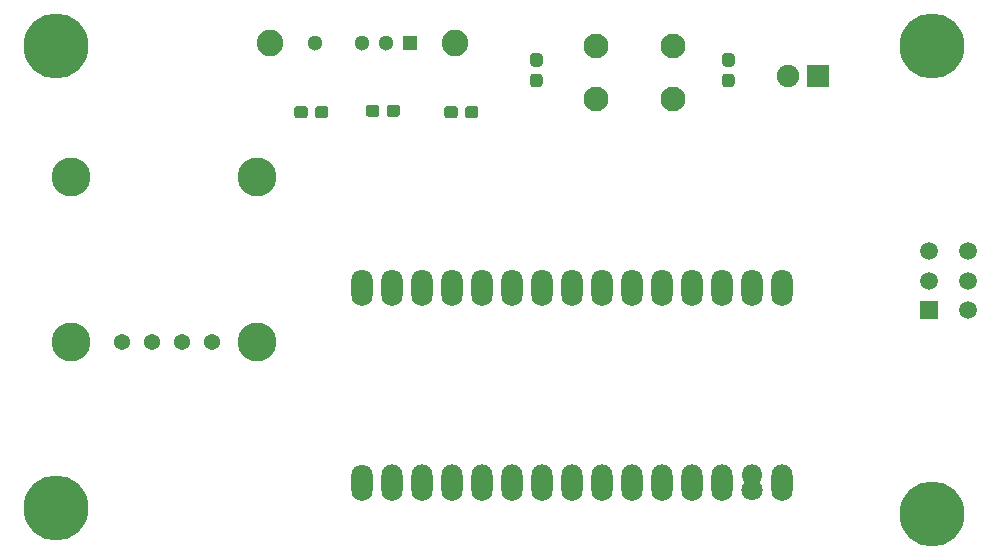
<source format=gbr>
%TF.GenerationSoftware,KiCad,Pcbnew,(5.1.6)-1*%
%TF.CreationDate,2021-03-22T21:05:39-07:00*%
%TF.ProjectId,TSA Location Tracker,54534120-4c6f-4636-9174-696f6e205472,rev?*%
%TF.SameCoordinates,Original*%
%TF.FileFunction,Soldermask,Top*%
%TF.FilePolarity,Negative*%
%FSLAX46Y46*%
G04 Gerber Fmt 4.6, Leading zero omitted, Abs format (unit mm)*
G04 Created by KiCad (PCBNEW (5.1.6)-1) date 2021-03-22 21:05:39*
%MOMM*%
%LPD*%
G01*
G04 APERTURE LIST*
%ADD10C,1.300000*%
%ADD11R,1.300000X1.300000*%
%ADD12C,2.250000*%
%ADD13O,1.800000X1.800000*%
%ADD14C,1.800000*%
%ADD15O,1.800000X3.100000*%
%ADD16R,1.900000X1.900000*%
%ADD17C,1.900000*%
%ADD18C,5.500000*%
%ADD19C,2.100000*%
%ADD20C,3.299892*%
%ADD21C,1.370000*%
%ADD22C,1.500000*%
%ADD23R,1.500000X1.500000*%
G04 APERTURE END LIST*
D10*
%TO.C,Mode_Switch1*%
X91250000Y-48728000D03*
X95250000Y-48728000D03*
X97250000Y-48728000D03*
D11*
X99250000Y-48728000D03*
D12*
X87400000Y-48728000D03*
X103099999Y-48728000D03*
%TD*%
D13*
%TO.C,Arduino1*%
X95250000Y-70104000D03*
X97790000Y-70104000D03*
X100330000Y-70104000D03*
X102870000Y-70104000D03*
X105410000Y-70104000D03*
X107950000Y-70104000D03*
X110490000Y-70104000D03*
X113030000Y-70104000D03*
X115570000Y-70104000D03*
X118110000Y-70104000D03*
X120650000Y-70104000D03*
X123190000Y-70104000D03*
X125730000Y-70104000D03*
X128270000Y-70104000D03*
D14*
X130810000Y-70104000D03*
X130810000Y-68834000D03*
D15*
X130810000Y-69469000D03*
D14*
X128270000Y-68834000D03*
X125730000Y-68834000D03*
X123190000Y-68834000D03*
X118110000Y-68834000D03*
X120650000Y-68834000D03*
X115570000Y-68834000D03*
X110490000Y-68834000D03*
X113030000Y-68834000D03*
X105410000Y-68834000D03*
X102870000Y-68834000D03*
X107950000Y-68834000D03*
X100330000Y-68834000D03*
X95250000Y-68834000D03*
X97790000Y-68834000D03*
D15*
X128270000Y-69469000D03*
X125730000Y-69469000D03*
X123190000Y-69469000D03*
X120650000Y-69469000D03*
X118110000Y-69469000D03*
X115570000Y-69469000D03*
X113030000Y-69469000D03*
X110490000Y-69469000D03*
X107950000Y-69469000D03*
X105410000Y-69469000D03*
X102870000Y-69469000D03*
X100330000Y-69469000D03*
X97790000Y-69469000D03*
X95250000Y-69469000D03*
D14*
X100330000Y-86614000D03*
X125730000Y-86614000D03*
X97790000Y-86614000D03*
D15*
X97790000Y-85979000D03*
X130810000Y-85979000D03*
X113030000Y-85979000D03*
D14*
X130810000Y-86614000D03*
X105410000Y-86614000D03*
X128270000Y-86614000D03*
D13*
X123190000Y-85344000D03*
D15*
X107950000Y-85979000D03*
D13*
X130810000Y-85344000D03*
D15*
X110490000Y-85979000D03*
D14*
X95250000Y-85344000D03*
D13*
X97790000Y-85344000D03*
X100330000Y-85344000D03*
X102870000Y-85344000D03*
X105410000Y-85344000D03*
X128270000Y-85344000D03*
X107950000Y-85344000D03*
D14*
X120650000Y-86614000D03*
D15*
X115570000Y-85979000D03*
X118110000Y-85979000D03*
D13*
X120650000Y-85344000D03*
X118110000Y-85344000D03*
D15*
X102870000Y-85979000D03*
D13*
X110490000Y-85344000D03*
D14*
X118110000Y-86614000D03*
X107950000Y-86614000D03*
D15*
X95250000Y-85979000D03*
D14*
X115570000Y-86614000D03*
X113030000Y-86614000D03*
X102870000Y-86614000D03*
D13*
X113030000Y-85344000D03*
X115570000Y-85344000D03*
D14*
X95250000Y-86614000D03*
D13*
X125730000Y-85344000D03*
D14*
X110490000Y-86614000D03*
D15*
X123190000Y-85979000D03*
X125730000Y-85979000D03*
X105410000Y-85979000D03*
X100330000Y-85979000D03*
D14*
X123190000Y-86614000D03*
D15*
X120650000Y-85979000D03*
%TD*%
D16*
%TO.C,D1*%
X133858000Y-51562000D03*
D17*
X131318000Y-51562000D03*
%TD*%
D18*
%TO.C,H1*%
X69342000Y-49022000D03*
%TD*%
%TO.C,H2*%
X143500000Y-49000000D03*
%TD*%
%TO.C,H3*%
X69342000Y-88138000D03*
%TD*%
%TO.C,H4*%
X143510000Y-88646000D03*
%TD*%
D19*
%TO.C,LED_Switch1*%
X121562000Y-49022000D03*
X121562000Y-53522000D03*
X115062000Y-49022000D03*
X115062000Y-53522000D03*
%TD*%
%TO.C,R1*%
G36*
G01*
X105082000Y-54347500D02*
X105082000Y-54872500D01*
G75*
G02*
X104819500Y-55135000I-262500J0D01*
G01*
X104194500Y-55135000D01*
G75*
G02*
X103932000Y-54872500I0J262500D01*
G01*
X103932000Y-54347500D01*
G75*
G02*
X104194500Y-54085000I262500J0D01*
G01*
X104819500Y-54085000D01*
G75*
G02*
X105082000Y-54347500I0J-262500D01*
G01*
G37*
G36*
G01*
X103332000Y-54347500D02*
X103332000Y-54872500D01*
G75*
G02*
X103069500Y-55135000I-262500J0D01*
G01*
X102444500Y-55135000D01*
G75*
G02*
X102182000Y-54872500I0J262500D01*
G01*
X102182000Y-54347500D01*
G75*
G02*
X102444500Y-54085000I262500J0D01*
G01*
X103069500Y-54085000D01*
G75*
G02*
X103332000Y-54347500I0J-262500D01*
G01*
G37*
%TD*%
%TO.C,R2*%
G36*
G01*
X98450000Y-54237500D02*
X98450000Y-54762500D01*
G75*
G02*
X98187500Y-55025000I-262500J0D01*
G01*
X97562500Y-55025000D01*
G75*
G02*
X97300000Y-54762500I0J262500D01*
G01*
X97300000Y-54237500D01*
G75*
G02*
X97562500Y-53975000I262500J0D01*
G01*
X98187500Y-53975000D01*
G75*
G02*
X98450000Y-54237500I0J-262500D01*
G01*
G37*
G36*
G01*
X96700000Y-54237500D02*
X96700000Y-54762500D01*
G75*
G02*
X96437500Y-55025000I-262500J0D01*
G01*
X95812500Y-55025000D01*
G75*
G02*
X95550000Y-54762500I0J262500D01*
G01*
X95550000Y-54237500D01*
G75*
G02*
X95812500Y-53975000I262500J0D01*
G01*
X96437500Y-53975000D01*
G75*
G02*
X96700000Y-54237500I0J-262500D01*
G01*
G37*
%TD*%
%TO.C,R3*%
G36*
G01*
X92382000Y-54347500D02*
X92382000Y-54872500D01*
G75*
G02*
X92119500Y-55135000I-262500J0D01*
G01*
X91494500Y-55135000D01*
G75*
G02*
X91232000Y-54872500I0J262500D01*
G01*
X91232000Y-54347500D01*
G75*
G02*
X91494500Y-54085000I262500J0D01*
G01*
X92119500Y-54085000D01*
G75*
G02*
X92382000Y-54347500I0J-262500D01*
G01*
G37*
G36*
G01*
X90632000Y-54347500D02*
X90632000Y-54872500D01*
G75*
G02*
X90369500Y-55135000I-262500J0D01*
G01*
X89744500Y-55135000D01*
G75*
G02*
X89482000Y-54872500I0J262500D01*
G01*
X89482000Y-54347500D01*
G75*
G02*
X89744500Y-54085000I262500J0D01*
G01*
X90369500Y-54085000D01*
G75*
G02*
X90632000Y-54347500I0J-262500D01*
G01*
G37*
%TD*%
%TO.C,R4*%
G36*
G01*
X126500500Y-50754000D02*
X125975500Y-50754000D01*
G75*
G02*
X125713000Y-50491500I0J262500D01*
G01*
X125713000Y-49866500D01*
G75*
G02*
X125975500Y-49604000I262500J0D01*
G01*
X126500500Y-49604000D01*
G75*
G02*
X126763000Y-49866500I0J-262500D01*
G01*
X126763000Y-50491500D01*
G75*
G02*
X126500500Y-50754000I-262500J0D01*
G01*
G37*
G36*
G01*
X126500500Y-52504000D02*
X125975500Y-52504000D01*
G75*
G02*
X125713000Y-52241500I0J262500D01*
G01*
X125713000Y-51616500D01*
G75*
G02*
X125975500Y-51354000I262500J0D01*
G01*
X126500500Y-51354000D01*
G75*
G02*
X126763000Y-51616500I0J-262500D01*
G01*
X126763000Y-52241500D01*
G75*
G02*
X126500500Y-52504000I-262500J0D01*
G01*
G37*
%TD*%
%TO.C,R5*%
G36*
G01*
X110244500Y-50754000D02*
X109719500Y-50754000D01*
G75*
G02*
X109457000Y-50491500I0J262500D01*
G01*
X109457000Y-49866500D01*
G75*
G02*
X109719500Y-49604000I262500J0D01*
G01*
X110244500Y-49604000D01*
G75*
G02*
X110507000Y-49866500I0J-262500D01*
G01*
X110507000Y-50491500D01*
G75*
G02*
X110244500Y-50754000I-262500J0D01*
G01*
G37*
G36*
G01*
X110244500Y-52504000D02*
X109719500Y-52504000D01*
G75*
G02*
X109457000Y-52241500I0J262500D01*
G01*
X109457000Y-51616500D01*
G75*
G02*
X109719500Y-51354000I262500J0D01*
G01*
X110244500Y-51354000D01*
G75*
G02*
X110507000Y-51616500I0J-262500D01*
G01*
X110507000Y-52241500D01*
G75*
G02*
X110244500Y-52504000I-262500J0D01*
G01*
G37*
%TD*%
D20*
%TO.C,U1*%
X86338000Y-60080000D03*
X86338000Y-74050000D03*
X70590000Y-60080000D03*
X70590000Y-74050000D03*
D21*
X74908000Y-74050000D03*
X82528000Y-74050000D03*
X79988000Y-74050000D03*
X77448000Y-74050000D03*
%TD*%
D22*
%TO.C,Power_Switch1*%
X146556000Y-66374000D03*
X146556000Y-68874000D03*
X146556000Y-71374000D03*
X143256000Y-66374000D03*
X143256000Y-68874000D03*
D23*
X143256000Y-71374000D03*
%TD*%
M02*

</source>
